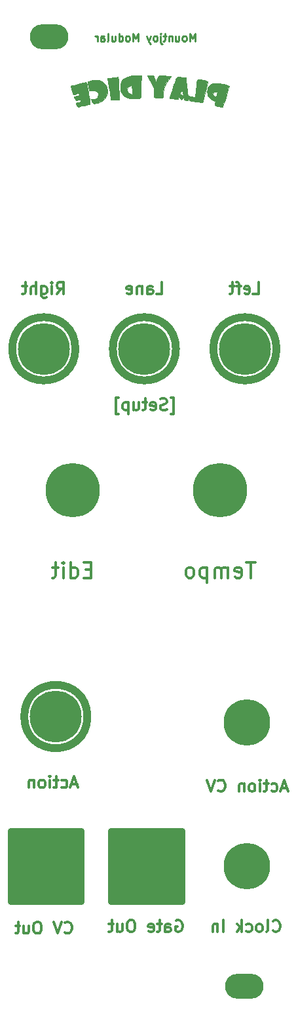
<source format=gbr>
%TF.GenerationSoftware,KiCad,Pcbnew,(5.99.0-12348-g4b436fb86d)*%
%TF.CreationDate,2021-09-23T15:24:10+01:00*%
%TF.ProjectId,Panel,50616e65-6c2e-46b6-9963-61645f706362,rev?*%
%TF.SameCoordinates,Original*%
%TF.FileFunction,Soldermask,Bot*%
%TF.FilePolarity,Negative*%
%FSLAX46Y46*%
G04 Gerber Fmt 4.6, Leading zero omitted, Abs format (unit mm)*
G04 Created by KiCad (PCBNEW (5.99.0-12348-g4b436fb86d)) date 2021-09-23 15:24:10*
%MOMM*%
%LPD*%
G01*
G04 APERTURE LIST*
%ADD10C,0.800000*%
%ADD11C,1.000000*%
%ADD12C,0.300000*%
%ADD13C,0.250000*%
%ADD14C,0.010000*%
%ADD15O,5.000000X3.200000*%
%ADD16C,6.700000*%
%ADD17C,6.000000*%
%ADD18C,7.000000*%
G04 APERTURE END LIST*
D10*
X114600000Y-145400000D02*
X105400000Y-145400000D01*
X105400000Y-145400000D02*
X105400000Y-154600000D01*
X105400000Y-154600000D02*
X114600000Y-154600000D01*
X114600000Y-154600000D02*
X114600000Y-145400000D01*
G36*
X114600000Y-145400000D02*
G01*
X105400000Y-145400000D01*
X105400000Y-154600000D01*
X114600000Y-154600000D01*
X114600000Y-145400000D01*
G37*
D11*
X126830441Y-83250000D02*
G75*
G03*
X126830441Y-83250000I-4080441J0D01*
G01*
X113830441Y-83250000D02*
G75*
G03*
X113830441Y-83250000I-4080441J0D01*
G01*
X115380441Y-130700000D02*
G75*
G03*
X115380441Y-130700000I-4080441J0D01*
G01*
D10*
X127600000Y-145400000D02*
X118400000Y-145400000D01*
X118400000Y-145400000D02*
X118400000Y-154600000D01*
X118400000Y-154600000D02*
X127600000Y-154600000D01*
X127600000Y-154600000D02*
X127600000Y-145400000D01*
G36*
X127600000Y-145400000D02*
G01*
X118400000Y-145400000D01*
X118400000Y-154600000D01*
X127600000Y-154600000D01*
X127600000Y-145400000D01*
G37*
D11*
X139830441Y-83250000D02*
G75*
G03*
X139830441Y-83250000I-4080441J0D01*
G01*
D12*
X124285714Y-76148537D02*
X125000000Y-76148537D01*
X125000000Y-74648537D01*
X123142857Y-76148537D02*
X123142857Y-75362823D01*
X123214285Y-75219966D01*
X123357142Y-75148537D01*
X123642857Y-75148537D01*
X123785714Y-75219966D01*
X123142857Y-76077108D02*
X123285714Y-76148537D01*
X123642857Y-76148537D01*
X123785714Y-76077108D01*
X123857142Y-75934251D01*
X123857142Y-75791394D01*
X123785714Y-75648537D01*
X123642857Y-75577108D01*
X123285714Y-75577108D01*
X123142857Y-75505680D01*
X122428571Y-75148537D02*
X122428571Y-76148537D01*
X122428571Y-75291394D02*
X122357142Y-75219966D01*
X122214285Y-75148537D01*
X122000000Y-75148537D01*
X121857142Y-75219966D01*
X121785714Y-75362823D01*
X121785714Y-76148537D01*
X120500000Y-76077108D02*
X120642857Y-76148537D01*
X120928571Y-76148537D01*
X121071428Y-76077108D01*
X121142857Y-75934251D01*
X121142857Y-75362823D01*
X121071428Y-75219966D01*
X120928571Y-75148537D01*
X120642857Y-75148537D01*
X120500000Y-75219966D01*
X120428571Y-75362823D01*
X120428571Y-75505680D01*
X121142857Y-75648537D01*
X112442857Y-158535714D02*
X112514285Y-158607142D01*
X112728571Y-158678571D01*
X112871428Y-158678571D01*
X113085714Y-158607142D01*
X113228571Y-158464285D01*
X113300000Y-158321428D01*
X113371428Y-158035714D01*
X113371428Y-157821428D01*
X113300000Y-157535714D01*
X113228571Y-157392857D01*
X113085714Y-157250000D01*
X112871428Y-157178571D01*
X112728571Y-157178571D01*
X112514285Y-157250000D01*
X112442857Y-157321428D01*
X112014285Y-157178571D02*
X111514285Y-158678571D01*
X111014285Y-157178571D01*
X109085714Y-157178571D02*
X108800000Y-157178571D01*
X108657142Y-157250000D01*
X108514285Y-157392857D01*
X108442857Y-157678571D01*
X108442857Y-158178571D01*
X108514285Y-158464285D01*
X108657142Y-158607142D01*
X108800000Y-158678571D01*
X109085714Y-158678571D01*
X109228571Y-158607142D01*
X109371428Y-158464285D01*
X109442857Y-158178571D01*
X109442857Y-157678571D01*
X109371428Y-157392857D01*
X109228571Y-157250000D01*
X109085714Y-157178571D01*
X107157142Y-157678571D02*
X107157142Y-158678571D01*
X107800000Y-157678571D02*
X107800000Y-158464285D01*
X107728571Y-158607142D01*
X107585714Y-158678571D01*
X107371428Y-158678571D01*
X107228571Y-158607142D01*
X107157142Y-158535714D01*
X106657142Y-157678571D02*
X106085714Y-157678571D01*
X106442857Y-157178571D02*
X106442857Y-158464285D01*
X106371428Y-158607142D01*
X106228571Y-158678571D01*
X106085714Y-158678571D01*
X137071428Y-110804761D02*
X135928571Y-110804761D01*
X136500000Y-112804761D02*
X136500000Y-110804761D01*
X134500000Y-112709523D02*
X134690476Y-112804761D01*
X135071428Y-112804761D01*
X135261904Y-112709523D01*
X135357142Y-112519047D01*
X135357142Y-111757142D01*
X135261904Y-111566666D01*
X135071428Y-111471428D01*
X134690476Y-111471428D01*
X134500000Y-111566666D01*
X134404761Y-111757142D01*
X134404761Y-111947619D01*
X135357142Y-112138095D01*
X133547619Y-112804761D02*
X133547619Y-111471428D01*
X133547619Y-111661904D02*
X133452380Y-111566666D01*
X133261904Y-111471428D01*
X132976190Y-111471428D01*
X132785714Y-111566666D01*
X132690476Y-111757142D01*
X132690476Y-112804761D01*
X132690476Y-111757142D02*
X132595238Y-111566666D01*
X132404761Y-111471428D01*
X132119047Y-111471428D01*
X131928571Y-111566666D01*
X131833333Y-111757142D01*
X131833333Y-112804761D01*
X130880952Y-111471428D02*
X130880952Y-113471428D01*
X130880952Y-111566666D02*
X130690476Y-111471428D01*
X130309523Y-111471428D01*
X130119047Y-111566666D01*
X130023809Y-111661904D01*
X129928571Y-111852380D01*
X129928571Y-112423809D01*
X130023809Y-112614285D01*
X130119047Y-112709523D01*
X130309523Y-112804761D01*
X130690476Y-112804761D01*
X130880952Y-112709523D01*
X128785714Y-112804761D02*
X128976190Y-112709523D01*
X129071428Y-112614285D01*
X129166666Y-112423809D01*
X129166666Y-111852380D01*
X129071428Y-111661904D01*
X128976190Y-111566666D01*
X128785714Y-111471428D01*
X128500000Y-111471428D01*
X128309523Y-111566666D01*
X128214285Y-111661904D01*
X128119047Y-111852380D01*
X128119047Y-112423809D01*
X128214285Y-112614285D01*
X128309523Y-112709523D01*
X128500000Y-112804761D01*
X128785714Y-112804761D01*
X139364285Y-158335714D02*
X139435714Y-158407142D01*
X139650000Y-158478571D01*
X139792857Y-158478571D01*
X140007142Y-158407142D01*
X140150000Y-158264285D01*
X140221428Y-158121428D01*
X140292857Y-157835714D01*
X140292857Y-157621428D01*
X140221428Y-157335714D01*
X140150000Y-157192857D01*
X140007142Y-157050000D01*
X139792857Y-156978571D01*
X139650000Y-156978571D01*
X139435714Y-157050000D01*
X139364285Y-157121428D01*
X138507142Y-158478571D02*
X138650000Y-158407142D01*
X138721428Y-158264285D01*
X138721428Y-156978571D01*
X137721428Y-158478571D02*
X137864285Y-158407142D01*
X137935714Y-158335714D01*
X138007142Y-158192857D01*
X138007142Y-157764285D01*
X137935714Y-157621428D01*
X137864285Y-157550000D01*
X137721428Y-157478571D01*
X137507142Y-157478571D01*
X137364285Y-157550000D01*
X137292857Y-157621428D01*
X137221428Y-157764285D01*
X137221428Y-158192857D01*
X137292857Y-158335714D01*
X137364285Y-158407142D01*
X137507142Y-158478571D01*
X137721428Y-158478571D01*
X135935714Y-158407142D02*
X136078571Y-158478571D01*
X136364285Y-158478571D01*
X136507142Y-158407142D01*
X136578571Y-158335714D01*
X136650000Y-158192857D01*
X136650000Y-157764285D01*
X136578571Y-157621428D01*
X136507142Y-157550000D01*
X136364285Y-157478571D01*
X136078571Y-157478571D01*
X135935714Y-157550000D01*
X135292857Y-158478571D02*
X135292857Y-156978571D01*
X135150000Y-157907142D02*
X134721428Y-158478571D01*
X134721428Y-157478571D02*
X135292857Y-158050000D01*
X132935714Y-158478571D02*
X132935714Y-156978571D01*
X132221428Y-157478571D02*
X132221428Y-158478571D01*
X132221428Y-157621428D02*
X132150000Y-157550000D01*
X132007142Y-157478571D01*
X131792857Y-157478571D01*
X131650000Y-157550000D01*
X131578571Y-157692857D01*
X131578571Y-158478571D01*
X115880952Y-111757142D02*
X115214285Y-111757142D01*
X114928571Y-112804761D02*
X115880952Y-112804761D01*
X115880952Y-110804761D01*
X114928571Y-110804761D01*
X113214285Y-112804761D02*
X113214285Y-110804761D01*
X113214285Y-112709523D02*
X113404761Y-112804761D01*
X113785714Y-112804761D01*
X113976190Y-112709523D01*
X114071428Y-112614285D01*
X114166666Y-112423809D01*
X114166666Y-111852380D01*
X114071428Y-111661904D01*
X113976190Y-111566666D01*
X113785714Y-111471428D01*
X113404761Y-111471428D01*
X113214285Y-111566666D01*
X112261904Y-112804761D02*
X112261904Y-111471428D01*
X112261904Y-110804761D02*
X112357142Y-110900000D01*
X112261904Y-110995238D01*
X112166666Y-110900000D01*
X112261904Y-110804761D01*
X112261904Y-110995238D01*
X111595238Y-111471428D02*
X110833333Y-111471428D01*
X111309523Y-110804761D02*
X111309523Y-112519047D01*
X111214285Y-112709523D01*
X111023809Y-112804761D01*
X110833333Y-112804761D01*
X126821428Y-157050000D02*
X126964285Y-156978571D01*
X127178571Y-156978571D01*
X127392857Y-157050000D01*
X127535714Y-157192857D01*
X127607142Y-157335714D01*
X127678571Y-157621428D01*
X127678571Y-157835714D01*
X127607142Y-158121428D01*
X127535714Y-158264285D01*
X127392857Y-158407142D01*
X127178571Y-158478571D01*
X127035714Y-158478571D01*
X126821428Y-158407142D01*
X126750000Y-158335714D01*
X126750000Y-157835714D01*
X127035714Y-157835714D01*
X125464285Y-158478571D02*
X125464285Y-157692857D01*
X125535714Y-157550000D01*
X125678571Y-157478571D01*
X125964285Y-157478571D01*
X126107142Y-157550000D01*
X125464285Y-158407142D02*
X125607142Y-158478571D01*
X125964285Y-158478571D01*
X126107142Y-158407142D01*
X126178571Y-158264285D01*
X126178571Y-158121428D01*
X126107142Y-157978571D01*
X125964285Y-157907142D01*
X125607142Y-157907142D01*
X125464285Y-157835714D01*
X124964285Y-157478571D02*
X124392857Y-157478571D01*
X124750000Y-156978571D02*
X124750000Y-158264285D01*
X124678571Y-158407142D01*
X124535714Y-158478571D01*
X124392857Y-158478571D01*
X123321428Y-158407142D02*
X123464285Y-158478571D01*
X123750000Y-158478571D01*
X123892857Y-158407142D01*
X123964285Y-158264285D01*
X123964285Y-157692857D01*
X123892857Y-157550000D01*
X123750000Y-157478571D01*
X123464285Y-157478571D01*
X123321428Y-157550000D01*
X123250000Y-157692857D01*
X123250000Y-157835714D01*
X123964285Y-157978571D01*
X121178571Y-156978571D02*
X120892857Y-156978571D01*
X120750000Y-157050000D01*
X120607142Y-157192857D01*
X120535714Y-157478571D01*
X120535714Y-157978571D01*
X120607142Y-158264285D01*
X120750000Y-158407142D01*
X120892857Y-158478571D01*
X121178571Y-158478571D01*
X121321428Y-158407142D01*
X121464285Y-158264285D01*
X121535714Y-157978571D01*
X121535714Y-157478571D01*
X121464285Y-157192857D01*
X121321428Y-157050000D01*
X121178571Y-156978571D01*
X119250000Y-157478571D02*
X119250000Y-158478571D01*
X119892857Y-157478571D02*
X119892857Y-158264285D01*
X119821428Y-158407142D01*
X119678571Y-158478571D01*
X119464285Y-158478571D01*
X119321428Y-158407142D01*
X119250000Y-158335714D01*
X118750000Y-157478571D02*
X118178571Y-157478571D01*
X118535714Y-156978571D02*
X118535714Y-158264285D01*
X118464285Y-158407142D01*
X118321428Y-158478571D01*
X118178571Y-158478571D01*
X126157142Y-91678571D02*
X126514285Y-91678571D01*
X126514285Y-89535714D01*
X126157142Y-89535714D01*
X125657142Y-91107142D02*
X125442857Y-91178571D01*
X125085714Y-91178571D01*
X124942857Y-91107142D01*
X124871428Y-91035714D01*
X124800000Y-90892857D01*
X124800000Y-90750000D01*
X124871428Y-90607142D01*
X124942857Y-90535714D01*
X125085714Y-90464285D01*
X125371428Y-90392857D01*
X125514285Y-90321428D01*
X125585714Y-90250000D01*
X125657142Y-90107142D01*
X125657142Y-89964285D01*
X125585714Y-89821428D01*
X125514285Y-89750000D01*
X125371428Y-89678571D01*
X125014285Y-89678571D01*
X124800000Y-89750000D01*
X123585714Y-91107142D02*
X123728571Y-91178571D01*
X124014285Y-91178571D01*
X124157142Y-91107142D01*
X124228571Y-90964285D01*
X124228571Y-90392857D01*
X124157142Y-90250000D01*
X124014285Y-90178571D01*
X123728571Y-90178571D01*
X123585714Y-90250000D01*
X123514285Y-90392857D01*
X123514285Y-90535714D01*
X124228571Y-90678571D01*
X123085714Y-90178571D02*
X122514285Y-90178571D01*
X122871428Y-89678571D02*
X122871428Y-90964285D01*
X122800000Y-91107142D01*
X122657142Y-91178571D01*
X122514285Y-91178571D01*
X121371428Y-90178571D02*
X121371428Y-91178571D01*
X122014285Y-90178571D02*
X122014285Y-90964285D01*
X121942857Y-91107142D01*
X121800000Y-91178571D01*
X121585714Y-91178571D01*
X121442857Y-91107142D01*
X121371428Y-91035714D01*
X120657142Y-90178571D02*
X120657142Y-91678571D01*
X120657142Y-90250000D02*
X120514285Y-90178571D01*
X120228571Y-90178571D01*
X120085714Y-90250000D01*
X120014285Y-90321428D01*
X119942857Y-90464285D01*
X119942857Y-90892857D01*
X120014285Y-91035714D01*
X120085714Y-91107142D01*
X120228571Y-91178571D01*
X120514285Y-91178571D01*
X120657142Y-91107142D01*
X119442857Y-91678571D02*
X119085714Y-91678571D01*
X119085714Y-89535714D01*
X119442857Y-89535714D01*
X141207142Y-139950000D02*
X140492857Y-139950000D01*
X141350000Y-140378571D02*
X140850000Y-138878571D01*
X140350000Y-140378571D01*
X139207142Y-140307142D02*
X139350000Y-140378571D01*
X139635714Y-140378571D01*
X139778571Y-140307142D01*
X139850000Y-140235714D01*
X139921428Y-140092857D01*
X139921428Y-139664285D01*
X139850000Y-139521428D01*
X139778571Y-139450000D01*
X139635714Y-139378571D01*
X139350000Y-139378571D01*
X139207142Y-139450000D01*
X138778571Y-139378571D02*
X138207142Y-139378571D01*
X138564285Y-138878571D02*
X138564285Y-140164285D01*
X138492857Y-140307142D01*
X138350000Y-140378571D01*
X138207142Y-140378571D01*
X137707142Y-140378571D02*
X137707142Y-139378571D01*
X137707142Y-138878571D02*
X137778571Y-138950000D01*
X137707142Y-139021428D01*
X137635714Y-138950000D01*
X137707142Y-138878571D01*
X137707142Y-139021428D01*
X136778571Y-140378571D02*
X136921428Y-140307142D01*
X136992857Y-140235714D01*
X137064285Y-140092857D01*
X137064285Y-139664285D01*
X136992857Y-139521428D01*
X136921428Y-139450000D01*
X136778571Y-139378571D01*
X136564285Y-139378571D01*
X136421428Y-139450000D01*
X136350000Y-139521428D01*
X136278571Y-139664285D01*
X136278571Y-140092857D01*
X136350000Y-140235714D01*
X136421428Y-140307142D01*
X136564285Y-140378571D01*
X136778571Y-140378571D01*
X135635714Y-139378571D02*
X135635714Y-140378571D01*
X135635714Y-139521428D02*
X135564285Y-139450000D01*
X135421428Y-139378571D01*
X135207142Y-139378571D01*
X135064285Y-139450000D01*
X134992857Y-139592857D01*
X134992857Y-140378571D01*
X132278571Y-140235714D02*
X132350000Y-140307142D01*
X132564285Y-140378571D01*
X132707142Y-140378571D01*
X132921428Y-140307142D01*
X133064285Y-140164285D01*
X133135714Y-140021428D01*
X133207142Y-139735714D01*
X133207142Y-139521428D01*
X133135714Y-139235714D01*
X133064285Y-139092857D01*
X132921428Y-138950000D01*
X132707142Y-138878571D01*
X132564285Y-138878571D01*
X132350000Y-138950000D01*
X132278571Y-139021428D01*
X131850000Y-138878571D02*
X131350000Y-140378571D01*
X130850000Y-138878571D01*
X114042857Y-139450000D02*
X113328571Y-139450000D01*
X114185714Y-139878571D02*
X113685714Y-138378571D01*
X113185714Y-139878571D01*
X112042857Y-139807142D02*
X112185714Y-139878571D01*
X112471428Y-139878571D01*
X112614285Y-139807142D01*
X112685714Y-139735714D01*
X112757142Y-139592857D01*
X112757142Y-139164285D01*
X112685714Y-139021428D01*
X112614285Y-138950000D01*
X112471428Y-138878571D01*
X112185714Y-138878571D01*
X112042857Y-138950000D01*
X111614285Y-138878571D02*
X111042857Y-138878571D01*
X111400000Y-138378571D02*
X111400000Y-139664285D01*
X111328571Y-139807142D01*
X111185714Y-139878571D01*
X111042857Y-139878571D01*
X110542857Y-139878571D02*
X110542857Y-138878571D01*
X110542857Y-138378571D02*
X110614285Y-138450000D01*
X110542857Y-138521428D01*
X110471428Y-138450000D01*
X110542857Y-138378571D01*
X110542857Y-138521428D01*
X109614285Y-139878571D02*
X109757142Y-139807142D01*
X109828571Y-139735714D01*
X109900000Y-139592857D01*
X109900000Y-139164285D01*
X109828571Y-139021428D01*
X109757142Y-138950000D01*
X109614285Y-138878571D01*
X109400000Y-138878571D01*
X109257142Y-138950000D01*
X109185714Y-139021428D01*
X109114285Y-139164285D01*
X109114285Y-139592857D01*
X109185714Y-139735714D01*
X109257142Y-139807142D01*
X109400000Y-139878571D01*
X109614285Y-139878571D01*
X108471428Y-138878571D02*
X108471428Y-139878571D01*
X108471428Y-139021428D02*
X108400000Y-138950000D01*
X108257142Y-138878571D01*
X108042857Y-138878571D01*
X107900000Y-138950000D01*
X107828571Y-139092857D01*
X107828571Y-139878571D01*
X136785714Y-76178571D02*
X137500000Y-76178571D01*
X137500000Y-74678571D01*
X135714285Y-76107142D02*
X135857142Y-76178571D01*
X136142857Y-76178571D01*
X136285714Y-76107142D01*
X136357142Y-75964285D01*
X136357142Y-75392857D01*
X136285714Y-75250000D01*
X136142857Y-75178571D01*
X135857142Y-75178571D01*
X135714285Y-75250000D01*
X135642857Y-75392857D01*
X135642857Y-75535714D01*
X136357142Y-75678571D01*
X135214285Y-75178571D02*
X134642857Y-75178571D01*
X135000000Y-76178571D02*
X135000000Y-74892857D01*
X134928571Y-74750000D01*
X134785714Y-74678571D01*
X134642857Y-74678571D01*
X134357142Y-75178571D02*
X133785714Y-75178571D01*
X134142857Y-74678571D02*
X134142857Y-75964285D01*
X134071428Y-76107142D01*
X133928571Y-76178571D01*
X133785714Y-76178571D01*
X111428571Y-76178571D02*
X111928571Y-75464285D01*
X112285714Y-76178571D02*
X112285714Y-74678571D01*
X111714285Y-74678571D01*
X111571428Y-74750000D01*
X111500000Y-74821428D01*
X111428571Y-74964285D01*
X111428571Y-75178571D01*
X111500000Y-75321428D01*
X111571428Y-75392857D01*
X111714285Y-75464285D01*
X112285714Y-75464285D01*
X110785714Y-76178571D02*
X110785714Y-75178571D01*
X110785714Y-74678571D02*
X110857142Y-74750000D01*
X110785714Y-74821428D01*
X110714285Y-74750000D01*
X110785714Y-74678571D01*
X110785714Y-74821428D01*
X109428571Y-75178571D02*
X109428571Y-76392857D01*
X109500000Y-76535714D01*
X109571428Y-76607142D01*
X109714285Y-76678571D01*
X109928571Y-76678571D01*
X110071428Y-76607142D01*
X109428571Y-76107142D02*
X109571428Y-76178571D01*
X109857142Y-76178571D01*
X110000000Y-76107142D01*
X110071428Y-76035714D01*
X110142857Y-75892857D01*
X110142857Y-75464285D01*
X110071428Y-75321428D01*
X110000000Y-75250000D01*
X109857142Y-75178571D01*
X109571428Y-75178571D01*
X109428571Y-75250000D01*
X108714285Y-76178571D02*
X108714285Y-74678571D01*
X108071428Y-76178571D02*
X108071428Y-75392857D01*
X108142857Y-75250000D01*
X108285714Y-75178571D01*
X108500000Y-75178571D01*
X108642857Y-75250000D01*
X108714285Y-75321428D01*
X107571428Y-75178571D02*
X107000000Y-75178571D01*
X107357142Y-74678571D02*
X107357142Y-75964285D01*
X107285714Y-76107142D01*
X107142857Y-76178571D01*
X107000000Y-76178571D01*
D13*
X129280952Y-43552380D02*
X129280952Y-42552380D01*
X128947619Y-43266666D01*
X128614285Y-42552380D01*
X128614285Y-43552380D01*
X127995238Y-43552380D02*
X128090476Y-43504761D01*
X128138095Y-43457142D01*
X128185714Y-43361904D01*
X128185714Y-43076190D01*
X128138095Y-42980952D01*
X128090476Y-42933333D01*
X127995238Y-42885714D01*
X127852380Y-42885714D01*
X127757142Y-42933333D01*
X127709523Y-42980952D01*
X127661904Y-43076190D01*
X127661904Y-43361904D01*
X127709523Y-43457142D01*
X127757142Y-43504761D01*
X127852380Y-43552380D01*
X127995238Y-43552380D01*
X126804761Y-42885714D02*
X126804761Y-43552380D01*
X127233333Y-42885714D02*
X127233333Y-43409523D01*
X127185714Y-43504761D01*
X127090476Y-43552380D01*
X126947619Y-43552380D01*
X126852380Y-43504761D01*
X126804761Y-43457142D01*
X126328571Y-42885714D02*
X126328571Y-43552380D01*
X126328571Y-42980952D02*
X126280952Y-42933333D01*
X126185714Y-42885714D01*
X126042857Y-42885714D01*
X125947619Y-42933333D01*
X125900000Y-43028571D01*
X125900000Y-43552380D01*
X125566666Y-42885714D02*
X125185714Y-42885714D01*
X125423809Y-42552380D02*
X125423809Y-43409523D01*
X125376190Y-43504761D01*
X125280952Y-43552380D01*
X125185714Y-43552380D01*
X124852380Y-42885714D02*
X124852380Y-43742857D01*
X124900000Y-43838095D01*
X124995238Y-43885714D01*
X125042857Y-43885714D01*
X124852380Y-42552380D02*
X124900000Y-42600000D01*
X124852380Y-42647619D01*
X124804761Y-42600000D01*
X124852380Y-42552380D01*
X124852380Y-42647619D01*
X124233333Y-43552380D02*
X124328571Y-43504761D01*
X124376190Y-43457142D01*
X124423809Y-43361904D01*
X124423809Y-43076190D01*
X124376190Y-42980952D01*
X124328571Y-42933333D01*
X124233333Y-42885714D01*
X124090476Y-42885714D01*
X123995238Y-42933333D01*
X123947619Y-42980952D01*
X123900000Y-43076190D01*
X123900000Y-43361904D01*
X123947619Y-43457142D01*
X123995238Y-43504761D01*
X124090476Y-43552380D01*
X124233333Y-43552380D01*
X123566666Y-42885714D02*
X123328571Y-43552380D01*
X123090476Y-42885714D02*
X123328571Y-43552380D01*
X123423809Y-43790476D01*
X123471428Y-43838095D01*
X123566666Y-43885714D01*
X121947619Y-43552380D02*
X121947619Y-42552380D01*
X121614285Y-43266666D01*
X121280952Y-42552380D01*
X121280952Y-43552380D01*
X120661904Y-43552380D02*
X120757142Y-43504761D01*
X120804761Y-43457142D01*
X120852380Y-43361904D01*
X120852380Y-43076190D01*
X120804761Y-42980952D01*
X120757142Y-42933333D01*
X120661904Y-42885714D01*
X120519047Y-42885714D01*
X120423809Y-42933333D01*
X120376190Y-42980952D01*
X120328571Y-43076190D01*
X120328571Y-43361904D01*
X120376190Y-43457142D01*
X120423809Y-43504761D01*
X120519047Y-43552380D01*
X120661904Y-43552380D01*
X119471428Y-43552380D02*
X119471428Y-42552380D01*
X119471428Y-43504761D02*
X119566666Y-43552380D01*
X119757142Y-43552380D01*
X119852380Y-43504761D01*
X119900000Y-43457142D01*
X119947619Y-43361904D01*
X119947619Y-43076190D01*
X119900000Y-42980952D01*
X119852380Y-42933333D01*
X119757142Y-42885714D01*
X119566666Y-42885714D01*
X119471428Y-42933333D01*
X118566666Y-42885714D02*
X118566666Y-43552380D01*
X118995238Y-42885714D02*
X118995238Y-43409523D01*
X118947619Y-43504761D01*
X118852380Y-43552380D01*
X118709523Y-43552380D01*
X118614285Y-43504761D01*
X118566666Y-43457142D01*
X117947619Y-43552380D02*
X118042857Y-43504761D01*
X118090476Y-43409523D01*
X118090476Y-42552380D01*
X117138095Y-43552380D02*
X117138095Y-43028571D01*
X117185714Y-42933333D01*
X117280952Y-42885714D01*
X117471428Y-42885714D01*
X117566666Y-42933333D01*
X117138095Y-43504761D02*
X117233333Y-43552380D01*
X117471428Y-43552380D01*
X117566666Y-43504761D01*
X117614285Y-43409523D01*
X117614285Y-43314285D01*
X117566666Y-43219047D01*
X117471428Y-43171428D01*
X117233333Y-43171428D01*
X117138095Y-43123809D01*
X116661904Y-43552380D02*
X116661904Y-42885714D01*
X116661904Y-43076190D02*
X116614285Y-42980952D01*
X116566666Y-42933333D01*
X116471428Y-42885714D01*
X116376190Y-42885714D01*
D14*
X124445778Y-48403388D02*
X124252966Y-48833130D01*
X124252966Y-48833130D02*
X124140294Y-48580690D01*
X124140294Y-48580690D02*
X124057381Y-48376661D01*
X124057381Y-48376661D02*
X123993541Y-48188375D01*
X123993541Y-48188375D02*
X123984101Y-48153625D01*
X123984101Y-48153625D02*
X123953550Y-48060046D01*
X123953550Y-48060046D02*
X123899704Y-48007762D01*
X123899704Y-48007762D02*
X123790886Y-47984783D01*
X123790886Y-47984783D02*
X123595417Y-47979117D01*
X123595417Y-47979117D02*
X123522768Y-47979000D01*
X123522768Y-47979000D02*
X123104956Y-47979000D01*
X123104956Y-47979000D02*
X123248885Y-48217125D01*
X123248885Y-48217125D02*
X123492131Y-48623982D01*
X123492131Y-48623982D02*
X123675835Y-48948208D01*
X123675835Y-48948208D02*
X123808488Y-49214412D01*
X123808488Y-49214412D02*
X123898581Y-49447203D01*
X123898581Y-49447203D02*
X123954604Y-49671190D01*
X123954604Y-49671190D02*
X123985048Y-49910983D01*
X123985048Y-49910983D02*
X123998403Y-50191192D01*
X123998403Y-50191192D02*
X124001865Y-50399566D01*
X124001865Y-50399566D02*
X124006500Y-50819883D01*
X124006500Y-50819883D02*
X124244625Y-50859242D01*
X124244625Y-50859242D02*
X124470785Y-50885895D01*
X124470785Y-50885895D02*
X124709048Y-50897395D01*
X124709048Y-50897395D02*
X124920776Y-50893812D01*
X124920776Y-50893812D02*
X125067334Y-50875217D01*
X125067334Y-50875217D02*
X125107167Y-50857666D01*
X125107167Y-50857666D02*
X125134622Y-50772502D01*
X125134622Y-50772502D02*
X125151164Y-50612082D01*
X125151164Y-50612082D02*
X125152841Y-50556041D01*
X125152841Y-50556041D02*
X125166200Y-50357658D01*
X125166200Y-50357658D02*
X125197804Y-50094365D01*
X125197804Y-50094365D02*
X125237322Y-49843759D01*
X125237322Y-49843759D02*
X125285255Y-49634609D01*
X125285255Y-49634609D02*
X125358764Y-49426522D01*
X125358764Y-49426522D02*
X125468647Y-49199614D01*
X125468647Y-49199614D02*
X125625706Y-48933999D01*
X125625706Y-48933999D02*
X125840741Y-48609792D01*
X125840741Y-48609792D02*
X126124552Y-48207109D01*
X126124552Y-48207109D02*
X126131505Y-48197421D01*
X126131505Y-48197421D02*
X126169757Y-48110356D01*
X126169757Y-48110356D02*
X126163255Y-48085901D01*
X126163255Y-48085901D02*
X126091918Y-48072222D01*
X126091918Y-48072222D02*
X125919791Y-48054494D01*
X125919791Y-48054494D02*
X125672919Y-48035038D01*
X125672919Y-48035038D02*
X125386170Y-48016678D01*
X125386170Y-48016678D02*
X124638590Y-47973647D01*
X124638590Y-47973647D02*
X124445778Y-48403388D01*
X124445778Y-48403388D02*
X124445778Y-48403388D01*
G36*
X125386170Y-48016678D02*
G01*
X125672919Y-48035038D01*
X125919791Y-48054494D01*
X126091918Y-48072222D01*
X126163255Y-48085901D01*
X126169757Y-48110356D01*
X126131505Y-48197421D01*
X126124552Y-48207109D01*
X125840741Y-48609792D01*
X125625706Y-48933999D01*
X125468647Y-49199614D01*
X125358764Y-49426522D01*
X125285255Y-49634609D01*
X125237322Y-49843759D01*
X125197804Y-50094365D01*
X125166200Y-50357658D01*
X125152841Y-50556041D01*
X125151164Y-50612082D01*
X125134622Y-50772502D01*
X125107167Y-50857666D01*
X125067334Y-50875217D01*
X124920776Y-50893812D01*
X124709048Y-50897395D01*
X124470785Y-50885895D01*
X124244625Y-50859242D01*
X124006500Y-50819883D01*
X124001865Y-50399566D01*
X123998403Y-50191192D01*
X123985048Y-49910983D01*
X123954604Y-49671190D01*
X123898581Y-49447203D01*
X123808488Y-49214412D01*
X123675835Y-48948208D01*
X123492131Y-48623982D01*
X123248885Y-48217125D01*
X123104956Y-47979000D01*
X123522768Y-47979000D01*
X123595417Y-47979117D01*
X123790886Y-47984783D01*
X123899704Y-48007762D01*
X123953550Y-48060046D01*
X123984101Y-48153625D01*
X123993541Y-48188375D01*
X124057381Y-48376661D01*
X124140294Y-48580690D01*
X124252966Y-48833130D01*
X124445778Y-48403388D01*
X124638590Y-47973647D01*
X125386170Y-48016678D01*
G37*
X125386170Y-48016678D02*
X125672919Y-48035038D01*
X125919791Y-48054494D01*
X126091918Y-48072222D01*
X126163255Y-48085901D01*
X126169757Y-48110356D01*
X126131505Y-48197421D01*
X126124552Y-48207109D01*
X125840741Y-48609792D01*
X125625706Y-48933999D01*
X125468647Y-49199614D01*
X125358764Y-49426522D01*
X125285255Y-49634609D01*
X125237322Y-49843759D01*
X125197804Y-50094365D01*
X125166200Y-50357658D01*
X125152841Y-50556041D01*
X125151164Y-50612082D01*
X125134622Y-50772502D01*
X125107167Y-50857666D01*
X125067334Y-50875217D01*
X124920776Y-50893812D01*
X124709048Y-50897395D01*
X124470785Y-50885895D01*
X124244625Y-50859242D01*
X124006500Y-50819883D01*
X124001865Y-50399566D01*
X123998403Y-50191192D01*
X123985048Y-49910983D01*
X123954604Y-49671190D01*
X123898581Y-49447203D01*
X123808488Y-49214412D01*
X123675835Y-48948208D01*
X123492131Y-48623982D01*
X123248885Y-48217125D01*
X123104956Y-47979000D01*
X123522768Y-47979000D01*
X123595417Y-47979117D01*
X123790886Y-47984783D01*
X123899704Y-48007762D01*
X123953550Y-48060046D01*
X123984101Y-48153625D01*
X123993541Y-48188375D01*
X124057381Y-48376661D01*
X124140294Y-48580690D01*
X124252966Y-48833130D01*
X124445778Y-48403388D01*
X124638590Y-47973647D01*
X125386170Y-48016678D01*
X119284839Y-48191090D02*
X119128041Y-48205241D01*
X119128041Y-48205241D02*
X118910419Y-48228417D01*
X118910419Y-48228417D02*
X118664526Y-48256902D01*
X118664526Y-48256902D02*
X118422916Y-48286984D01*
X118422916Y-48286984D02*
X118218141Y-48314946D01*
X118218141Y-48314946D02*
X118127904Y-48328926D01*
X118127904Y-48328926D02*
X117932558Y-48361616D01*
X117932558Y-48361616D02*
X118139991Y-49424433D01*
X118139991Y-49424433D02*
X118212826Y-49804384D01*
X118212826Y-49804384D02*
X118279958Y-50167038D01*
X118279958Y-50167038D02*
X118336091Y-50482852D01*
X118336091Y-50482852D02*
X118375929Y-50722288D01*
X118375929Y-50722288D02*
X118390278Y-50820625D01*
X118390278Y-50820625D02*
X118433134Y-51154000D01*
X118433134Y-51154000D02*
X118695692Y-51142906D01*
X118695692Y-51142906D02*
X118943219Y-51129063D01*
X118943219Y-51129063D02*
X119200758Y-51109911D01*
X119200758Y-51109911D02*
X119228125Y-51107504D01*
X119228125Y-51107504D02*
X119498000Y-51083197D01*
X119498000Y-51083197D02*
X119498000Y-50771484D01*
X119498000Y-50771484D02*
X119494511Y-50626835D01*
X119494511Y-50626835D02*
X119484935Y-50395511D01*
X119484935Y-50395511D02*
X119470611Y-50100597D01*
X119470611Y-50100597D02*
X119452878Y-49765182D01*
X119452878Y-49765182D02*
X119433077Y-49412353D01*
X119433077Y-49412353D02*
X119412544Y-49065197D01*
X119412544Y-49065197D02*
X119392620Y-48746801D01*
X119392620Y-48746801D02*
X119374643Y-48480252D01*
X119374643Y-48480252D02*
X119359953Y-48288638D01*
X119359953Y-48288638D02*
X119349889Y-48195046D01*
X119349889Y-48195046D02*
X119348261Y-48189679D01*
X119348261Y-48189679D02*
X119284839Y-48191090D01*
X119284839Y-48191090D02*
X119284839Y-48191090D01*
G36*
X119349889Y-48195046D02*
G01*
X119359953Y-48288638D01*
X119374643Y-48480252D01*
X119392620Y-48746801D01*
X119412544Y-49065197D01*
X119433077Y-49412353D01*
X119452878Y-49765182D01*
X119470611Y-50100597D01*
X119484935Y-50395511D01*
X119494511Y-50626835D01*
X119498000Y-50771484D01*
X119498000Y-51083197D01*
X119228125Y-51107504D01*
X119200758Y-51109911D01*
X118943219Y-51129063D01*
X118695692Y-51142906D01*
X118433134Y-51154000D01*
X118390278Y-50820625D01*
X118375929Y-50722288D01*
X118336091Y-50482852D01*
X118279958Y-50167038D01*
X118212826Y-49804384D01*
X118139991Y-49424433D01*
X117932558Y-48361616D01*
X118127904Y-48328926D01*
X118218141Y-48314946D01*
X118422916Y-48286984D01*
X118664526Y-48256902D01*
X118910419Y-48228417D01*
X119128041Y-48205241D01*
X119284839Y-48191090D01*
X119348261Y-48189679D01*
X119349889Y-48195046D01*
G37*
X119349889Y-48195046D02*
X119359953Y-48288638D01*
X119374643Y-48480252D01*
X119392620Y-48746801D01*
X119412544Y-49065197D01*
X119433077Y-49412353D01*
X119452878Y-49765182D01*
X119470611Y-50100597D01*
X119484935Y-50395511D01*
X119494511Y-50626835D01*
X119498000Y-50771484D01*
X119498000Y-51083197D01*
X119228125Y-51107504D01*
X119200758Y-51109911D01*
X118943219Y-51129063D01*
X118695692Y-51142906D01*
X118433134Y-51154000D01*
X118390278Y-50820625D01*
X118375929Y-50722288D01*
X118336091Y-50482852D01*
X118279958Y-50167038D01*
X118212826Y-49804384D01*
X118139991Y-49424433D01*
X117932558Y-48361616D01*
X118127904Y-48328926D01*
X118218141Y-48314946D01*
X118422916Y-48286984D01*
X118664526Y-48256902D01*
X118910419Y-48228417D01*
X119128041Y-48205241D01*
X119284839Y-48191090D01*
X119348261Y-48189679D01*
X119349889Y-48195046D01*
X126997502Y-48142193D02*
X126941147Y-48212134D01*
X126941147Y-48212134D02*
X126870115Y-48355395D01*
X126870115Y-48355395D02*
X126777375Y-48586703D01*
X126777375Y-48586703D02*
X126655895Y-48920784D01*
X126655895Y-48920784D02*
X126618922Y-49025766D01*
X126618922Y-49025766D02*
X126455498Y-49500176D01*
X126455498Y-49500176D02*
X126313278Y-49929307D01*
X126313278Y-49929307D02*
X126196478Y-50299221D01*
X126196478Y-50299221D02*
X126109313Y-50595981D01*
X126109313Y-50595981D02*
X126055999Y-50805648D01*
X126055999Y-50805648D02*
X126040752Y-50914284D01*
X126040752Y-50914284D02*
X126044409Y-50925264D01*
X126044409Y-50925264D02*
X126115351Y-50941490D01*
X126115351Y-50941490D02*
X126281268Y-50963490D01*
X126281268Y-50963490D02*
X126510513Y-50987249D01*
X126510513Y-50987249D02*
X126587923Y-50994207D01*
X126587923Y-50994207D02*
X126843268Y-51014544D01*
X126843268Y-51014544D02*
X127000051Y-51017772D01*
X127000051Y-51017772D02*
X127086131Y-50998919D01*
X127086131Y-50998919D02*
X127129365Y-50953013D01*
X127129365Y-50953013D02*
X127151789Y-50893578D01*
X127151789Y-50893578D02*
X127184895Y-50806494D01*
X127184895Y-50806494D02*
X127226155Y-50795987D01*
X127226155Y-50795987D02*
X127305589Y-50869203D01*
X127305589Y-50869203D02*
X127375649Y-50946880D01*
X127375649Y-50946880D02*
X127553316Y-51145724D01*
X127553316Y-51145724D02*
X127654622Y-50991112D01*
X127654622Y-50991112D02*
X127763565Y-50864344D01*
X127763565Y-50864344D02*
X127842121Y-50851274D01*
X127842121Y-50851274D02*
X127878725Y-50952033D01*
X127878725Y-50952033D02*
X127880000Y-50988580D01*
X127880000Y-50988580D02*
X127897659Y-51088660D01*
X127897659Y-51088660D02*
X127973772Y-51139772D01*
X127973772Y-51139772D02*
X128137300Y-51165197D01*
X128137300Y-51165197D02*
X128301789Y-51176951D01*
X128301789Y-51176951D02*
X128400467Y-51176534D01*
X128400467Y-51176534D02*
X128410837Y-51173496D01*
X128410837Y-51173496D02*
X128409391Y-51108196D01*
X128409391Y-51108196D02*
X128394412Y-50939660D01*
X128394412Y-50939660D02*
X128368211Y-50690660D01*
X128368211Y-50690660D02*
X128349287Y-50525353D01*
X128349287Y-50525353D02*
X127799483Y-50525353D01*
X127799483Y-50525353D02*
X127601617Y-50482959D01*
X127601617Y-50482959D02*
X127448973Y-50445142D01*
X127448973Y-50445142D02*
X127357165Y-50413155D01*
X127357165Y-50413155D02*
X127356598Y-50412826D01*
X127356598Y-50412826D02*
X127353896Y-50346937D01*
X127353896Y-50346937D02*
X127399665Y-50218075D01*
X127399665Y-50218075D02*
X127472533Y-50069336D01*
X127472533Y-50069336D02*
X127551123Y-49943818D01*
X127551123Y-49943818D02*
X127614064Y-49884614D01*
X127614064Y-49884614D02*
X127618877Y-49884000D01*
X127618877Y-49884000D02*
X127660455Y-49940512D01*
X127660455Y-49940512D02*
X127708587Y-50085303D01*
X127708587Y-50085303D02*
X127736077Y-50204676D01*
X127736077Y-50204676D02*
X127799483Y-50525353D01*
X127799483Y-50525353D02*
X128349287Y-50525353D01*
X128349287Y-50525353D02*
X128333101Y-50383966D01*
X128333101Y-50383966D02*
X128317143Y-50250754D01*
X128317143Y-50250754D02*
X128272073Y-49865209D01*
X128272073Y-49865209D02*
X128228494Y-49467940D01*
X128228494Y-49467940D02*
X128191114Y-49103377D01*
X128191114Y-49103377D02*
X128164637Y-48815949D01*
X128164637Y-48815949D02*
X128162782Y-48793309D01*
X128162782Y-48793309D02*
X128118352Y-48242369D01*
X128118352Y-48242369D02*
X127634051Y-48200902D01*
X127634051Y-48200902D02*
X127386480Y-48177221D01*
X127386480Y-48177221D02*
X127180050Y-48152991D01*
X127180050Y-48152991D02*
X127054785Y-48132981D01*
X127054785Y-48132981D02*
X127046212Y-48130846D01*
X127046212Y-48130846D02*
X126997502Y-48142193D01*
X126997502Y-48142193D02*
X126997502Y-48142193D01*
G36*
X128394412Y-50939660D02*
G01*
X128409391Y-51108196D01*
X128410837Y-51173496D01*
X128400467Y-51176534D01*
X128301789Y-51176951D01*
X128137300Y-51165197D01*
X127973772Y-51139772D01*
X127897659Y-51088660D01*
X127880000Y-50988580D01*
X127878725Y-50952033D01*
X127842121Y-50851274D01*
X127763565Y-50864344D01*
X127654622Y-50991112D01*
X127553316Y-51145724D01*
X127375649Y-50946880D01*
X127305589Y-50869203D01*
X127226155Y-50795987D01*
X127184895Y-50806494D01*
X127151789Y-50893578D01*
X127129365Y-50953013D01*
X127086131Y-50998919D01*
X127000051Y-51017772D01*
X126843268Y-51014544D01*
X126587923Y-50994207D01*
X126510513Y-50987249D01*
X126281268Y-50963490D01*
X126115351Y-50941490D01*
X126044409Y-50925264D01*
X126040752Y-50914284D01*
X126055999Y-50805648D01*
X126109313Y-50595981D01*
X126182463Y-50346937D01*
X127353896Y-50346937D01*
X127356598Y-50412826D01*
X127357165Y-50413155D01*
X127448973Y-50445142D01*
X127601617Y-50482959D01*
X127799483Y-50525353D01*
X127736077Y-50204676D01*
X127708587Y-50085303D01*
X127660455Y-49940512D01*
X127618877Y-49884000D01*
X127614064Y-49884614D01*
X127551123Y-49943818D01*
X127472533Y-50069336D01*
X127399665Y-50218075D01*
X127353896Y-50346937D01*
X126182463Y-50346937D01*
X126196478Y-50299221D01*
X126313278Y-49929307D01*
X126455498Y-49500176D01*
X126618922Y-49025766D01*
X126655895Y-48920784D01*
X126777375Y-48586703D01*
X126870115Y-48355395D01*
X126941147Y-48212134D01*
X126997502Y-48142193D01*
X127046212Y-48130846D01*
X127054785Y-48132981D01*
X127180050Y-48152991D01*
X127386480Y-48177221D01*
X127634051Y-48200902D01*
X128118352Y-48242369D01*
X128162782Y-48793309D01*
X128164637Y-48815949D01*
X128191114Y-49103377D01*
X128228494Y-49467940D01*
X128272073Y-49865209D01*
X128317143Y-50250754D01*
X128333101Y-50383966D01*
X128349287Y-50525353D01*
X128368211Y-50690660D01*
X128394412Y-50939660D01*
G37*
X128394412Y-50939660D02*
X128409391Y-51108196D01*
X128410837Y-51173496D01*
X128400467Y-51176534D01*
X128301789Y-51176951D01*
X128137300Y-51165197D01*
X127973772Y-51139772D01*
X127897659Y-51088660D01*
X127880000Y-50988580D01*
X127878725Y-50952033D01*
X127842121Y-50851274D01*
X127763565Y-50864344D01*
X127654622Y-50991112D01*
X127553316Y-51145724D01*
X127375649Y-50946880D01*
X127305589Y-50869203D01*
X127226155Y-50795987D01*
X127184895Y-50806494D01*
X127151789Y-50893578D01*
X127129365Y-50953013D01*
X127086131Y-50998919D01*
X127000051Y-51017772D01*
X126843268Y-51014544D01*
X126587923Y-50994207D01*
X126510513Y-50987249D01*
X126281268Y-50963490D01*
X126115351Y-50941490D01*
X126044409Y-50925264D01*
X126040752Y-50914284D01*
X126055999Y-50805648D01*
X126109313Y-50595981D01*
X126182463Y-50346937D01*
X127353896Y-50346937D01*
X127356598Y-50412826D01*
X127357165Y-50413155D01*
X127448973Y-50445142D01*
X127601617Y-50482959D01*
X127799483Y-50525353D01*
X127736077Y-50204676D01*
X127708587Y-50085303D01*
X127660455Y-49940512D01*
X127618877Y-49884000D01*
X127614064Y-49884614D01*
X127551123Y-49943818D01*
X127472533Y-50069336D01*
X127399665Y-50218075D01*
X127353896Y-50346937D01*
X126182463Y-50346937D01*
X126196478Y-50299221D01*
X126313278Y-49929307D01*
X126455498Y-49500176D01*
X126618922Y-49025766D01*
X126655895Y-48920784D01*
X126777375Y-48586703D01*
X126870115Y-48355395D01*
X126941147Y-48212134D01*
X126997502Y-48142193D01*
X127046212Y-48130846D01*
X127054785Y-48132981D01*
X127180050Y-48152991D01*
X127386480Y-48177221D01*
X127634051Y-48200902D01*
X128118352Y-48242369D01*
X128162782Y-48793309D01*
X128164637Y-48815949D01*
X128191114Y-49103377D01*
X128228494Y-49467940D01*
X128272073Y-49865209D01*
X128317143Y-50250754D01*
X128333101Y-50383966D01*
X128349287Y-50525353D01*
X128368211Y-50690660D01*
X128394412Y-50939660D01*
X121097158Y-48012716D02*
X120610599Y-48115095D01*
X120610599Y-48115095D02*
X120227022Y-48287982D01*
X120227022Y-48287982D02*
X119943918Y-48533221D01*
X119943918Y-48533221D02*
X119758777Y-48852658D01*
X119758777Y-48852658D02*
X119669090Y-49248136D01*
X119669090Y-49248136D02*
X119659234Y-49471250D01*
X119659234Y-49471250D02*
X119707195Y-49913951D01*
X119707195Y-49913951D02*
X119850153Y-50276747D01*
X119850153Y-50276747D02*
X120094871Y-50571083D01*
X120094871Y-50571083D02*
X120448115Y-50808399D01*
X120448115Y-50808399D02*
X120450500Y-50809635D01*
X120450500Y-50809635D02*
X120620301Y-50863361D01*
X120620301Y-50863361D02*
X120879731Y-50906289D01*
X120879731Y-50906289D02*
X121191684Y-50935846D01*
X121191684Y-50935846D02*
X121519056Y-50949460D01*
X121519056Y-50949460D02*
X121824743Y-50944560D01*
X121824743Y-50944560D02*
X122057626Y-50921035D01*
X122057626Y-50921035D02*
X122194996Y-50875388D01*
X122194996Y-50875388D02*
X122259666Y-50816045D01*
X122259666Y-50816045D02*
X122267726Y-50732900D01*
X122267726Y-50732900D02*
X122276970Y-50542334D01*
X122276970Y-50542334D02*
X122286745Y-50263912D01*
X122286745Y-50263912D02*
X122296396Y-49917199D01*
X122296396Y-49917199D02*
X122297461Y-49869717D01*
X122297461Y-49869717D02*
X121149000Y-49869717D01*
X121149000Y-49869717D02*
X121149000Y-50405767D01*
X121149000Y-50405767D02*
X120974375Y-50364743D01*
X120974375Y-50364743D02*
X120806767Y-50287332D01*
X120806767Y-50287332D02*
X120656875Y-50163818D01*
X120656875Y-50163818D02*
X120547368Y-49965380D01*
X120547368Y-49965380D02*
X120515585Y-49734666D01*
X120515585Y-49734666D02*
X120566604Y-49526110D01*
X120566604Y-49526110D02*
X120593375Y-49483155D01*
X120593375Y-49483155D02*
X120695517Y-49400679D01*
X120695517Y-49400679D02*
X120847758Y-49329205D01*
X120847758Y-49329205D02*
X121000337Y-49286565D01*
X121000337Y-49286565D02*
X121103493Y-49290592D01*
X121103493Y-49290592D02*
X121112471Y-49297136D01*
X121112471Y-49297136D02*
X121129145Y-49373290D01*
X121129145Y-49373290D02*
X121141826Y-49544457D01*
X121141826Y-49544457D02*
X121148476Y-49778665D01*
X121148476Y-49778665D02*
X121149000Y-49869717D01*
X121149000Y-49869717D02*
X122297461Y-49869717D01*
X122297461Y-49869717D02*
X122305269Y-49521760D01*
X122305269Y-49521760D02*
X122308349Y-49360125D01*
X122308349Y-49360125D02*
X122333368Y-47979000D01*
X122333368Y-47979000D02*
X121689210Y-47979000D01*
X121689210Y-47979000D02*
X121097158Y-48012716D01*
X121097158Y-48012716D02*
X121097158Y-48012716D01*
G36*
X122286745Y-50263912D02*
G01*
X122276970Y-50542334D01*
X122267726Y-50732900D01*
X122259666Y-50816045D01*
X122194996Y-50875388D01*
X122057626Y-50921035D01*
X121824743Y-50944560D01*
X121519056Y-50949460D01*
X121191684Y-50935846D01*
X120879731Y-50906289D01*
X120620301Y-50863361D01*
X120450500Y-50809635D01*
X120448115Y-50808399D01*
X120094871Y-50571083D01*
X119850153Y-50276747D01*
X119707195Y-49913951D01*
X119687772Y-49734666D01*
X120515585Y-49734666D01*
X120547368Y-49965380D01*
X120656875Y-50163818D01*
X120806767Y-50287332D01*
X120974375Y-50364743D01*
X121149000Y-50405767D01*
X121149000Y-49869717D01*
X121148476Y-49778665D01*
X121141826Y-49544457D01*
X121129145Y-49373290D01*
X121112471Y-49297136D01*
X121103493Y-49290592D01*
X121000337Y-49286565D01*
X120847758Y-49329205D01*
X120695517Y-49400679D01*
X120593375Y-49483155D01*
X120566604Y-49526110D01*
X120515585Y-49734666D01*
X119687772Y-49734666D01*
X119659234Y-49471250D01*
X119669090Y-49248136D01*
X119758777Y-48852658D01*
X119943918Y-48533221D01*
X120227022Y-48287982D01*
X120610599Y-48115095D01*
X121097158Y-48012716D01*
X121689210Y-47979000D01*
X122333368Y-47979000D01*
X122308349Y-49360125D01*
X122305269Y-49521760D01*
X122297461Y-49869717D01*
X122296396Y-49917199D01*
X122286745Y-50263912D01*
G37*
X122286745Y-50263912D02*
X122276970Y-50542334D01*
X122267726Y-50732900D01*
X122259666Y-50816045D01*
X122194996Y-50875388D01*
X122057626Y-50921035D01*
X121824743Y-50944560D01*
X121519056Y-50949460D01*
X121191684Y-50935846D01*
X120879731Y-50906289D01*
X120620301Y-50863361D01*
X120450500Y-50809635D01*
X120448115Y-50808399D01*
X120094871Y-50571083D01*
X119850153Y-50276747D01*
X119707195Y-49913951D01*
X119687772Y-49734666D01*
X120515585Y-49734666D01*
X120547368Y-49965380D01*
X120656875Y-50163818D01*
X120806767Y-50287332D01*
X120974375Y-50364743D01*
X121149000Y-50405767D01*
X121149000Y-49869717D01*
X121148476Y-49778665D01*
X121141826Y-49544457D01*
X121129145Y-49373290D01*
X121112471Y-49297136D01*
X121103493Y-49290592D01*
X121000337Y-49286565D01*
X120847758Y-49329205D01*
X120695517Y-49400679D01*
X120593375Y-49483155D01*
X120566604Y-49526110D01*
X120515585Y-49734666D01*
X119687772Y-49734666D01*
X119659234Y-49471250D01*
X119669090Y-49248136D01*
X119758777Y-48852658D01*
X119943918Y-48533221D01*
X120227022Y-48287982D01*
X120610599Y-48115095D01*
X121097158Y-48012716D01*
X121689210Y-47979000D01*
X122333368Y-47979000D01*
X122308349Y-49360125D01*
X122305269Y-49521760D01*
X122297461Y-49869717D01*
X122296396Y-49917199D01*
X122286745Y-50263912D01*
X115117548Y-48857715D02*
X115115327Y-48858039D01*
X115115327Y-48858039D02*
X114975603Y-48884738D01*
X114975603Y-48884738D02*
X114756852Y-48933575D01*
X114756852Y-48933575D02*
X114485557Y-48997876D01*
X114485557Y-48997876D02*
X114188203Y-49070967D01*
X114188203Y-49070967D02*
X113891271Y-49146175D01*
X113891271Y-49146175D02*
X113621248Y-49216826D01*
X113621248Y-49216826D02*
X113404616Y-49276248D01*
X113404616Y-49276248D02*
X113267859Y-49317765D01*
X113267859Y-49317765D02*
X113234302Y-49332031D01*
X113234302Y-49332031D02*
X113240082Y-49399409D01*
X113240082Y-49399409D02*
X113276362Y-49553486D01*
X113276362Y-49553486D02*
X113333139Y-49760594D01*
X113333139Y-49760594D02*
X113400411Y-49987065D01*
X113400411Y-49987065D02*
X113468176Y-50199231D01*
X113468176Y-50199231D02*
X113526431Y-50363422D01*
X113526431Y-50363422D02*
X113565173Y-50445971D01*
X113565173Y-50445971D02*
X113565278Y-50446094D01*
X113565278Y-50446094D02*
X113630614Y-50440186D01*
X113630614Y-50440186D02*
X113778854Y-50401356D01*
X113778854Y-50401356D02*
X113913332Y-50359143D01*
X113913332Y-50359143D02*
X114110692Y-50299843D01*
X114110692Y-50299843D02*
X114223481Y-50287132D01*
X114223481Y-50287132D02*
X114284500Y-50319100D01*
X114284500Y-50319100D02*
X114297413Y-50336798D01*
X114297413Y-50336798D02*
X114336137Y-50442474D01*
X114336137Y-50442474D02*
X114285458Y-50521462D01*
X114285458Y-50521462D02*
X114130456Y-50588638D01*
X114130456Y-50588638D02*
X114011478Y-50621857D01*
X114011478Y-50621857D02*
X113830196Y-50672160D01*
X113830196Y-50672160D02*
X113707118Y-50713891D01*
X113707118Y-50713891D02*
X113679654Y-50728180D01*
X113679654Y-50728180D02*
X113685166Y-50798376D01*
X113685166Y-50798376D02*
X113734628Y-50929424D01*
X113734628Y-50929424D02*
X113805408Y-51074025D01*
X113805408Y-51074025D02*
X113874876Y-51184881D01*
X113874876Y-51184881D02*
X113913778Y-51217500D01*
X113913778Y-51217500D02*
X113995963Y-51198033D01*
X113995963Y-51198033D02*
X114149711Y-51149216D01*
X114149711Y-51149216D02*
X114214485Y-51126842D01*
X114214485Y-51126842D02*
X114378929Y-51075069D01*
X114378929Y-51075069D02*
X114463180Y-51073189D01*
X114463180Y-51073189D02*
X114504115Y-51121854D01*
X114504115Y-51121854D02*
X114508219Y-51132035D01*
X114508219Y-51132035D02*
X114542592Y-51293077D01*
X114542592Y-51293077D02*
X114481293Y-51388765D01*
X114481293Y-51388765D02*
X114309481Y-51441975D01*
X114309481Y-51441975D02*
X114306875Y-51442417D01*
X114306875Y-51442417D02*
X114068027Y-51484216D01*
X114068027Y-51484216D02*
X113935210Y-51522261D01*
X113935210Y-51522261D02*
X113889668Y-51576401D01*
X113889668Y-51576401D02*
X113912645Y-51666485D01*
X113912645Y-51666485D02*
X113975559Y-51793035D01*
X113975559Y-51793035D02*
X114069046Y-51943236D01*
X114069046Y-51943236D02*
X114154929Y-52028326D01*
X114154929Y-52028326D02*
X114181166Y-52035967D01*
X114181166Y-52035967D02*
X114271003Y-52018659D01*
X114271003Y-52018659D02*
X114456269Y-51976930D01*
X114456269Y-51976930D02*
X114709195Y-51917200D01*
X114709195Y-51917200D02*
X114977822Y-51851854D01*
X114977822Y-51851854D02*
X115261534Y-51780530D01*
X115261534Y-51780530D02*
X115495916Y-51718942D01*
X115495916Y-51718942D02*
X115655857Y-51673871D01*
X115655857Y-51673871D02*
X115715993Y-51652512D01*
X115715993Y-51652512D02*
X115711555Y-51586252D01*
X115711555Y-51586252D02*
X115688280Y-51412951D01*
X115688280Y-51412951D02*
X115648928Y-51150719D01*
X115648928Y-51150719D02*
X115596256Y-50817664D01*
X115596256Y-50817664D02*
X115533026Y-50431896D01*
X115533026Y-50431896D02*
X115499724Y-50233250D01*
X115499724Y-50233250D02*
X115422972Y-49781022D01*
X115422972Y-49781022D02*
X115362920Y-49439000D01*
X115362920Y-49439000D02*
X115315359Y-49192121D01*
X115315359Y-49192121D02*
X115276077Y-49025324D01*
X115276077Y-49025324D02*
X115240865Y-48923546D01*
X115240865Y-48923546D02*
X115205513Y-48871727D01*
X115205513Y-48871727D02*
X115165811Y-48854804D01*
X115165811Y-48854804D02*
X115117548Y-48857715D01*
X115117548Y-48857715D02*
X115117548Y-48857715D01*
G36*
X115205513Y-48871727D02*
G01*
X115240865Y-48923546D01*
X115276077Y-49025324D01*
X115315359Y-49192121D01*
X115362920Y-49439000D01*
X115422972Y-49781022D01*
X115499724Y-50233250D01*
X115533026Y-50431896D01*
X115596256Y-50817664D01*
X115648928Y-51150719D01*
X115688280Y-51412951D01*
X115711555Y-51586252D01*
X115715993Y-51652512D01*
X115655857Y-51673871D01*
X115495916Y-51718942D01*
X115261534Y-51780530D01*
X114977822Y-51851854D01*
X114709195Y-51917200D01*
X114456269Y-51976930D01*
X114271003Y-52018659D01*
X114181166Y-52035967D01*
X114154929Y-52028326D01*
X114069046Y-51943236D01*
X113975559Y-51793035D01*
X113912645Y-51666485D01*
X113889668Y-51576401D01*
X113935210Y-51522261D01*
X114068027Y-51484216D01*
X114306875Y-51442417D01*
X114309481Y-51441975D01*
X114481293Y-51388765D01*
X114542592Y-51293077D01*
X114508219Y-51132035D01*
X114504115Y-51121854D01*
X114463180Y-51073189D01*
X114378929Y-51075069D01*
X114214485Y-51126842D01*
X114149711Y-51149216D01*
X113995963Y-51198033D01*
X113913778Y-51217500D01*
X113874876Y-51184881D01*
X113805408Y-51074025D01*
X113734628Y-50929424D01*
X113685166Y-50798376D01*
X113679654Y-50728180D01*
X113707118Y-50713891D01*
X113830196Y-50672160D01*
X114011478Y-50621857D01*
X114130456Y-50588638D01*
X114285458Y-50521462D01*
X114336137Y-50442474D01*
X114297413Y-50336798D01*
X114284500Y-50319100D01*
X114223481Y-50287132D01*
X114110692Y-50299843D01*
X113913332Y-50359143D01*
X113778854Y-50401356D01*
X113630614Y-50440186D01*
X113565278Y-50446094D01*
X113565173Y-50445971D01*
X113526431Y-50363422D01*
X113468176Y-50199231D01*
X113400411Y-49987065D01*
X113333139Y-49760594D01*
X113276362Y-49553486D01*
X113240082Y-49399409D01*
X113234302Y-49332031D01*
X113267859Y-49317765D01*
X113404616Y-49276248D01*
X113621248Y-49216826D01*
X113891271Y-49146175D01*
X114188203Y-49070967D01*
X114485557Y-48997876D01*
X114756852Y-48933575D01*
X114975603Y-48884738D01*
X115115327Y-48858039D01*
X115117548Y-48857715D01*
X115165811Y-48854804D01*
X115205513Y-48871727D01*
G37*
X115205513Y-48871727D02*
X115240865Y-48923546D01*
X115276077Y-49025324D01*
X115315359Y-49192121D01*
X115362920Y-49439000D01*
X115422972Y-49781022D01*
X115499724Y-50233250D01*
X115533026Y-50431896D01*
X115596256Y-50817664D01*
X115648928Y-51150719D01*
X115688280Y-51412951D01*
X115711555Y-51586252D01*
X115715993Y-51652512D01*
X115655857Y-51673871D01*
X115495916Y-51718942D01*
X115261534Y-51780530D01*
X114977822Y-51851854D01*
X114709195Y-51917200D01*
X114456269Y-51976930D01*
X114271003Y-52018659D01*
X114181166Y-52035967D01*
X114154929Y-52028326D01*
X114069046Y-51943236D01*
X113975559Y-51793035D01*
X113912645Y-51666485D01*
X113889668Y-51576401D01*
X113935210Y-51522261D01*
X114068027Y-51484216D01*
X114306875Y-51442417D01*
X114309481Y-51441975D01*
X114481293Y-51388765D01*
X114542592Y-51293077D01*
X114508219Y-51132035D01*
X114504115Y-51121854D01*
X114463180Y-51073189D01*
X114378929Y-51075069D01*
X114214485Y-51126842D01*
X114149711Y-51149216D01*
X113995963Y-51198033D01*
X113913778Y-51217500D01*
X113874876Y-51184881D01*
X113805408Y-51074025D01*
X113734628Y-50929424D01*
X113685166Y-50798376D01*
X113679654Y-50728180D01*
X113707118Y-50713891D01*
X113830196Y-50672160D01*
X114011478Y-50621857D01*
X114130456Y-50588638D01*
X114285458Y-50521462D01*
X114336137Y-50442474D01*
X114297413Y-50336798D01*
X114284500Y-50319100D01*
X114223481Y-50287132D01*
X114110692Y-50299843D01*
X113913332Y-50359143D01*
X113778854Y-50401356D01*
X113630614Y-50440186D01*
X113565278Y-50446094D01*
X113565173Y-50445971D01*
X113526431Y-50363422D01*
X113468176Y-50199231D01*
X113400411Y-49987065D01*
X113333139Y-49760594D01*
X113276362Y-49553486D01*
X113240082Y-49399409D01*
X113234302Y-49332031D01*
X113267859Y-49317765D01*
X113404616Y-49276248D01*
X113621248Y-49216826D01*
X113891271Y-49146175D01*
X114188203Y-49070967D01*
X114485557Y-48997876D01*
X114756852Y-48933575D01*
X114975603Y-48884738D01*
X115115327Y-48858039D01*
X115117548Y-48857715D01*
X115165811Y-48854804D01*
X115205513Y-48871727D01*
X129661593Y-48498504D02*
X129580100Y-48541661D01*
X129580100Y-48541661D02*
X129539650Y-48633786D01*
X129539650Y-48633786D02*
X129519148Y-48782130D01*
X129519148Y-48782130D02*
X129509370Y-48883875D01*
X129509370Y-48883875D02*
X129486677Y-49113323D01*
X129486677Y-49113323D02*
X129455886Y-49424025D01*
X129455886Y-49424025D02*
X129421468Y-49770858D01*
X129421468Y-49770858D02*
X129395370Y-50033563D01*
X129395370Y-50033563D02*
X129320540Y-50786377D01*
X129320540Y-50786377D02*
X129108270Y-50747938D01*
X129108270Y-50747938D02*
X128884819Y-50707444D01*
X128884819Y-50707444D02*
X128688700Y-50671867D01*
X128688700Y-50671867D02*
X128481400Y-50634234D01*
X128481400Y-50634234D02*
X128504594Y-50925867D01*
X128504594Y-50925867D02*
X128526348Y-51098417D01*
X128526348Y-51098417D02*
X128555046Y-51203274D01*
X128555046Y-51203274D02*
X128569020Y-51217921D01*
X128569020Y-51217921D02*
X128644418Y-51228311D01*
X128644418Y-51228311D02*
X128818530Y-51256242D01*
X128818530Y-51256242D02*
X129064968Y-51297385D01*
X129064968Y-51297385D02*
X129340500Y-51344500D01*
X129340500Y-51344500D02*
X129701049Y-51406389D01*
X129701049Y-51406389D02*
X129956214Y-51445508D01*
X129956214Y-51445508D02*
X130125937Y-51459656D01*
X130125937Y-51459656D02*
X130230159Y-51446629D01*
X130230159Y-51446629D02*
X130288821Y-51404225D01*
X130288821Y-51404225D02*
X130321863Y-51330240D01*
X130321863Y-51330240D02*
X130346535Y-51233375D01*
X130346535Y-51233375D02*
X130509942Y-50564906D01*
X130509942Y-50564906D02*
X130648154Y-49994193D01*
X130648154Y-49994193D02*
X130760057Y-49525958D01*
X130760057Y-49525958D02*
X130844536Y-49164926D01*
X130844536Y-49164926D02*
X130900478Y-48915823D01*
X130900478Y-48915823D02*
X130926768Y-48783372D01*
X130926768Y-48783372D02*
X130928757Y-48764943D01*
X130928757Y-48764943D02*
X130870206Y-48722639D01*
X130870206Y-48722639D02*
X130713617Y-48669676D01*
X130713617Y-48669676D02*
X130486498Y-48614548D01*
X130486498Y-48614548D02*
X130363274Y-48590318D01*
X130363274Y-48590318D02*
X130032085Y-48530084D01*
X130032085Y-48530084D02*
X129805223Y-48497062D01*
X129805223Y-48497062D02*
X129661593Y-48498504D01*
X129661593Y-48498504D02*
X129661593Y-48498504D01*
G36*
X130032085Y-48530084D02*
G01*
X130363274Y-48590318D01*
X130486498Y-48614548D01*
X130713617Y-48669676D01*
X130870206Y-48722639D01*
X130928757Y-48764943D01*
X130926768Y-48783372D01*
X130900478Y-48915823D01*
X130844536Y-49164926D01*
X130760057Y-49525958D01*
X130648154Y-49994193D01*
X130509942Y-50564906D01*
X130346535Y-51233375D01*
X130321863Y-51330240D01*
X130288821Y-51404225D01*
X130230159Y-51446629D01*
X130125937Y-51459656D01*
X129956214Y-51445508D01*
X129701049Y-51406389D01*
X129340500Y-51344500D01*
X129064968Y-51297385D01*
X128818530Y-51256242D01*
X128644418Y-51228311D01*
X128569020Y-51217921D01*
X128555046Y-51203274D01*
X128526348Y-51098417D01*
X128504594Y-50925867D01*
X128481400Y-50634234D01*
X128688700Y-50671867D01*
X128884819Y-50707444D01*
X129108270Y-50747938D01*
X129320540Y-50786377D01*
X129395370Y-50033563D01*
X129421468Y-49770858D01*
X129455886Y-49424025D01*
X129486677Y-49113323D01*
X129509370Y-48883875D01*
X129519148Y-48782130D01*
X129539650Y-48633786D01*
X129580100Y-48541661D01*
X129661593Y-48498504D01*
X129805223Y-48497062D01*
X130032085Y-48530084D01*
G37*
X130032085Y-48530084D02*
X130363274Y-48590318D01*
X130486498Y-48614548D01*
X130713617Y-48669676D01*
X130870206Y-48722639D01*
X130928757Y-48764943D01*
X130926768Y-48783372D01*
X130900478Y-48915823D01*
X130844536Y-49164926D01*
X130760057Y-49525958D01*
X130648154Y-49994193D01*
X130509942Y-50564906D01*
X130346535Y-51233375D01*
X130321863Y-51330240D01*
X130288821Y-51404225D01*
X130230159Y-51446629D01*
X130125937Y-51459656D01*
X129956214Y-51445508D01*
X129701049Y-51406389D01*
X129340500Y-51344500D01*
X129064968Y-51297385D01*
X128818530Y-51256242D01*
X128644418Y-51228311D01*
X128569020Y-51217921D01*
X128555046Y-51203274D01*
X128526348Y-51098417D01*
X128504594Y-50925867D01*
X128481400Y-50634234D01*
X128688700Y-50671867D01*
X128884819Y-50707444D01*
X129108270Y-50747938D01*
X129320540Y-50786377D01*
X129395370Y-50033563D01*
X129421468Y-49770858D01*
X129455886Y-49424025D01*
X129486677Y-49113323D01*
X129509370Y-48883875D01*
X129519148Y-48782130D01*
X129539650Y-48633786D01*
X129580100Y-48541661D01*
X129661593Y-48498504D01*
X129805223Y-48497062D01*
X130032085Y-48530084D01*
X131638207Y-49026395D02*
X131303218Y-49184467D01*
X131303218Y-49184467D02*
X131046757Y-49428083D01*
X131046757Y-49428083D02*
X130957470Y-49570910D01*
X130957470Y-49570910D02*
X130890274Y-49793378D01*
X130890274Y-49793378D02*
X130867781Y-50074906D01*
X130867781Y-50074906D02*
X130890048Y-50356066D01*
X130890048Y-50356066D02*
X130956507Y-50576227D01*
X130956507Y-50576227D02*
X131124089Y-50804719D01*
X131124089Y-50804719D02*
X131364833Y-51020282D01*
X131364833Y-51020282D02*
X131628347Y-51180587D01*
X131628347Y-51180587D02*
X131718763Y-51216513D01*
X131718763Y-51216513D02*
X131875222Y-51287377D01*
X131875222Y-51287377D02*
X131922653Y-51367607D01*
X131922653Y-51367607D02*
X131917725Y-51397860D01*
X131917725Y-51397860D02*
X131857333Y-51605963D01*
X131857333Y-51605963D02*
X131838952Y-51738522D01*
X131838952Y-51738522D02*
X131880903Y-51821038D01*
X131880903Y-51821038D02*
X132001509Y-51879009D01*
X132001509Y-51879009D02*
X132219092Y-51937932D01*
X132219092Y-51937932D02*
X132324744Y-51964302D01*
X132324744Y-51964302D02*
X132604182Y-52027947D01*
X132604182Y-52027947D02*
X132777772Y-52050589D01*
X132777772Y-52050589D02*
X132859362Y-52033673D01*
X132859362Y-52033673D02*
X132868026Y-52020942D01*
X132868026Y-52020942D02*
X132908582Y-51901792D01*
X132908582Y-51901792D02*
X132976995Y-51694115D01*
X132976995Y-51694115D02*
X133066449Y-51419201D01*
X133066449Y-51419201D02*
X133170126Y-51098342D01*
X133170126Y-51098342D02*
X133281209Y-50752829D01*
X133281209Y-50752829D02*
X133392880Y-50403952D01*
X133392880Y-50403952D02*
X133451854Y-50218847D01*
X133451854Y-50218847D02*
X132186174Y-50218847D01*
X132186174Y-50218847D02*
X132148776Y-50403078D01*
X132148776Y-50403078D02*
X132126645Y-50492138D01*
X132126645Y-50492138D02*
X132055290Y-50775515D01*
X132055290Y-50775515D02*
X131856770Y-50659917D01*
X131856770Y-50659917D02*
X131715576Y-50542647D01*
X131715576Y-50542647D02*
X131639602Y-50412235D01*
X131639602Y-50412235D02*
X131637501Y-50401164D01*
X131637501Y-50401164D02*
X131661319Y-50220755D01*
X131661319Y-50220755D02*
X131787683Y-50108941D01*
X131787683Y-50108941D02*
X131983526Y-50074500D01*
X131983526Y-50074500D02*
X132112796Y-50081543D01*
X132112796Y-50081543D02*
X132177263Y-50120664D01*
X132177263Y-50120664D02*
X132186174Y-50218847D01*
X132186174Y-50218847D02*
X133451854Y-50218847D01*
X133451854Y-50218847D02*
X133498321Y-50073004D01*
X133498321Y-50073004D02*
X133590715Y-49781273D01*
X133590715Y-49781273D02*
X133663245Y-49550053D01*
X133663245Y-49550053D02*
X133709094Y-49400633D01*
X133709094Y-49400633D02*
X133722000Y-49353973D01*
X133722000Y-49353973D02*
X133664745Y-49314513D01*
X133664745Y-49314513D02*
X133511902Y-49255825D01*
X133511902Y-49255825D02*
X133291858Y-49186241D01*
X133291858Y-49186241D02*
X133032998Y-49114095D01*
X133032998Y-49114095D02*
X132763709Y-49047719D01*
X132763709Y-49047719D02*
X132512377Y-48995447D01*
X132512377Y-48995447D02*
X132482659Y-48990150D01*
X132482659Y-48990150D02*
X132036447Y-48959683D01*
X132036447Y-48959683D02*
X131638207Y-49026395D01*
X131638207Y-49026395D02*
X131638207Y-49026395D01*
G36*
X133281209Y-50752829D02*
G01*
X133170126Y-51098342D01*
X133066449Y-51419201D01*
X132976995Y-51694115D01*
X132908582Y-51901792D01*
X132868026Y-52020942D01*
X132859362Y-52033673D01*
X132777772Y-52050589D01*
X132604182Y-52027947D01*
X132324744Y-51964302D01*
X132219092Y-51937932D01*
X132001509Y-51879009D01*
X131880903Y-51821038D01*
X131838952Y-51738522D01*
X131857333Y-51605963D01*
X131917725Y-51397860D01*
X131922653Y-51367607D01*
X131875222Y-51287377D01*
X131718763Y-51216513D01*
X131628347Y-51180587D01*
X131364833Y-51020282D01*
X131124089Y-50804719D01*
X130956507Y-50576227D01*
X130903662Y-50401164D01*
X131637501Y-50401164D01*
X131639602Y-50412235D01*
X131715576Y-50542647D01*
X131856770Y-50659917D01*
X132055290Y-50775515D01*
X132126645Y-50492138D01*
X132148776Y-50403078D01*
X132186174Y-50218847D01*
X132177263Y-50120664D01*
X132112796Y-50081543D01*
X131983526Y-50074500D01*
X131787683Y-50108941D01*
X131661319Y-50220755D01*
X131637501Y-50401164D01*
X130903662Y-50401164D01*
X130890048Y-50356066D01*
X130867781Y-50074906D01*
X130890274Y-49793378D01*
X130957470Y-49570910D01*
X131046757Y-49428083D01*
X131303218Y-49184467D01*
X131638207Y-49026395D01*
X132036447Y-48959683D01*
X132482659Y-48990150D01*
X132512377Y-48995447D01*
X132763709Y-49047719D01*
X133032998Y-49114095D01*
X133291858Y-49186241D01*
X133511902Y-49255825D01*
X133664745Y-49314513D01*
X133722000Y-49353973D01*
X133709094Y-49400633D01*
X133663245Y-49550053D01*
X133590715Y-49781273D01*
X133498321Y-50073004D01*
X133451854Y-50218847D01*
X133392880Y-50403952D01*
X133281209Y-50752829D01*
G37*
X133281209Y-50752829D02*
X133170126Y-51098342D01*
X133066449Y-51419201D01*
X132976995Y-51694115D01*
X132908582Y-51901792D01*
X132868026Y-52020942D01*
X132859362Y-52033673D01*
X132777772Y-52050589D01*
X132604182Y-52027947D01*
X132324744Y-51964302D01*
X132219092Y-51937932D01*
X132001509Y-51879009D01*
X131880903Y-51821038D01*
X131838952Y-51738522D01*
X131857333Y-51605963D01*
X131917725Y-51397860D01*
X131922653Y-51367607D01*
X131875222Y-51287377D01*
X131718763Y-51216513D01*
X131628347Y-51180587D01*
X131364833Y-51020282D01*
X131124089Y-50804719D01*
X130956507Y-50576227D01*
X130903662Y-50401164D01*
X131637501Y-50401164D01*
X131639602Y-50412235D01*
X131715576Y-50542647D01*
X131856770Y-50659917D01*
X132055290Y-50775515D01*
X132126645Y-50492138D01*
X132148776Y-50403078D01*
X132186174Y-50218847D01*
X132177263Y-50120664D01*
X132112796Y-50081543D01*
X131983526Y-50074500D01*
X131787683Y-50108941D01*
X131661319Y-50220755D01*
X131637501Y-50401164D01*
X130903662Y-50401164D01*
X130890048Y-50356066D01*
X130867781Y-50074906D01*
X130890274Y-49793378D01*
X130957470Y-49570910D01*
X131046757Y-49428083D01*
X131303218Y-49184467D01*
X131638207Y-49026395D01*
X132036447Y-48959683D01*
X132482659Y-48990150D01*
X132512377Y-48995447D01*
X132763709Y-49047719D01*
X133032998Y-49114095D01*
X133291858Y-49186241D01*
X133511902Y-49255825D01*
X133664745Y-49314513D01*
X133722000Y-49353973D01*
X133709094Y-49400633D01*
X133663245Y-49550053D01*
X133590715Y-49781273D01*
X133498321Y-50073004D01*
X133451854Y-50218847D01*
X133392880Y-50403952D01*
X133281209Y-50752829D01*
X116264997Y-48577044D02*
X116006590Y-48615982D01*
X116006590Y-48615982D02*
X115765054Y-48667188D01*
X115765054Y-48667188D02*
X115570837Y-48722538D01*
X115570837Y-48722538D02*
X115454388Y-48773905D01*
X115454388Y-48773905D02*
X115434480Y-48798676D01*
X115434480Y-48798676D02*
X115444427Y-48883808D01*
X115444427Y-48883808D02*
X115469455Y-49055458D01*
X115469455Y-49055458D02*
X115503454Y-49274923D01*
X115503454Y-49274923D02*
X115540317Y-49503499D01*
X115540317Y-49503499D02*
X115573934Y-49702485D01*
X115573934Y-49702485D02*
X115596383Y-49824377D01*
X115596383Y-49824377D02*
X115621953Y-49913679D01*
X115621953Y-49913679D02*
X115673756Y-49959289D01*
X115673756Y-49959289D02*
X115784082Y-49971661D01*
X115784082Y-49971661D02*
X115985219Y-49961247D01*
X115985219Y-49961247D02*
X116013010Y-49959251D01*
X116013010Y-49959251D02*
X116332963Y-49960405D01*
X116332963Y-49960405D02*
X116556437Y-50023606D01*
X116556437Y-50023606D02*
X116702051Y-50157222D01*
X116702051Y-50157222D02*
X116768105Y-50298580D01*
X116768105Y-50298580D02*
X116791927Y-50542666D01*
X116791927Y-50542666D02*
X116705849Y-50753786D01*
X116705849Y-50753786D02*
X116525953Y-50915017D01*
X116525953Y-50915017D02*
X116268320Y-51009436D01*
X116268320Y-51009436D02*
X116075903Y-51027000D01*
X116075903Y-51027000D02*
X115816651Y-51027000D01*
X115816651Y-51027000D02*
X115955479Y-51312750D01*
X115955479Y-51312750D02*
X116048196Y-51484697D01*
X116048196Y-51484697D02*
X116132658Y-51568823D01*
X116132658Y-51568823D02*
X116247600Y-51595292D01*
X116247600Y-51595292D02*
X116319779Y-51596426D01*
X116319779Y-51596426D02*
X116513874Y-51573683D01*
X116513874Y-51573683D02*
X116753490Y-51518193D01*
X116753490Y-51518193D02*
X116873390Y-51480957D01*
X116873390Y-51480957D02*
X117275420Y-51294609D01*
X117275420Y-51294609D02*
X117580016Y-51041028D01*
X117580016Y-51041028D02*
X117805741Y-50704690D01*
X117805741Y-50704690D02*
X117808686Y-50698807D01*
X117808686Y-50698807D02*
X117945090Y-50299909D01*
X117945090Y-50299909D02*
X117973152Y-49890451D01*
X117973152Y-49890451D02*
X117896386Y-49496935D01*
X117896386Y-49496935D02*
X117718307Y-49145860D01*
X117718307Y-49145860D02*
X117581150Y-48983149D01*
X117581150Y-48983149D02*
X117266727Y-48754232D01*
X117266727Y-48754232D02*
X116881676Y-48611715D01*
X116881676Y-48611715D02*
X116456335Y-48564958D01*
X116456335Y-48564958D02*
X116264997Y-48577044D01*
X116264997Y-48577044D02*
X116264997Y-48577044D01*
G36*
X116881676Y-48611715D02*
G01*
X117266727Y-48754232D01*
X117581150Y-48983149D01*
X117718307Y-49145860D01*
X117896386Y-49496935D01*
X117973152Y-49890451D01*
X117945090Y-50299909D01*
X117808686Y-50698807D01*
X117805741Y-50704690D01*
X117580016Y-51041028D01*
X117275420Y-51294609D01*
X116873390Y-51480957D01*
X116753490Y-51518193D01*
X116513874Y-51573683D01*
X116319779Y-51596426D01*
X116247600Y-51595292D01*
X116132658Y-51568823D01*
X116048196Y-51484697D01*
X115955479Y-51312750D01*
X115816651Y-51027000D01*
X116075903Y-51027000D01*
X116268320Y-51009436D01*
X116525953Y-50915017D01*
X116705849Y-50753786D01*
X116791927Y-50542666D01*
X116768105Y-50298580D01*
X116702051Y-50157222D01*
X116556437Y-50023606D01*
X116332963Y-49960405D01*
X116013010Y-49959251D01*
X115985219Y-49961247D01*
X115784082Y-49971661D01*
X115673756Y-49959289D01*
X115621953Y-49913679D01*
X115596383Y-49824377D01*
X115573934Y-49702485D01*
X115540317Y-49503499D01*
X115503454Y-49274923D01*
X115469455Y-49055458D01*
X115444427Y-48883808D01*
X115434480Y-48798676D01*
X115454388Y-48773905D01*
X115570837Y-48722538D01*
X115765054Y-48667188D01*
X116006590Y-48615982D01*
X116264997Y-48577044D01*
X116456335Y-48564958D01*
X116881676Y-48611715D01*
G37*
X116881676Y-48611715D02*
X117266727Y-48754232D01*
X117581150Y-48983149D01*
X117718307Y-49145860D01*
X117896386Y-49496935D01*
X117973152Y-49890451D01*
X117945090Y-50299909D01*
X117808686Y-50698807D01*
X117805741Y-50704690D01*
X117580016Y-51041028D01*
X117275420Y-51294609D01*
X116873390Y-51480957D01*
X116753490Y-51518193D01*
X116513874Y-51573683D01*
X116319779Y-51596426D01*
X116247600Y-51595292D01*
X116132658Y-51568823D01*
X116048196Y-51484697D01*
X115955479Y-51312750D01*
X115816651Y-51027000D01*
X116075903Y-51027000D01*
X116268320Y-51009436D01*
X116525953Y-50915017D01*
X116705849Y-50753786D01*
X116791927Y-50542666D01*
X116768105Y-50298580D01*
X116702051Y-50157222D01*
X116556437Y-50023606D01*
X116332963Y-49960405D01*
X116013010Y-49959251D01*
X115985219Y-49961247D01*
X115784082Y-49971661D01*
X115673756Y-49959289D01*
X115621953Y-49913679D01*
X115596383Y-49824377D01*
X115573934Y-49702485D01*
X115540317Y-49503499D01*
X115503454Y-49274923D01*
X115469455Y-49055458D01*
X115444427Y-48883808D01*
X115434480Y-48798676D01*
X115454388Y-48773905D01*
X115570837Y-48722538D01*
X115765054Y-48667188D01*
X116006590Y-48615982D01*
X116264997Y-48577044D01*
X116456335Y-48564958D01*
X116881676Y-48611715D01*
D15*
X110400000Y-43000000D03*
X135700000Y-165500000D03*
D16*
X111300000Y-130700000D03*
X109750000Y-83250000D03*
X122750000Y-83250000D03*
X135750000Y-83250000D03*
D17*
X136000000Y-150000000D03*
X136000000Y-131500000D03*
X123000000Y-150000000D03*
D18*
X132500000Y-101500000D03*
D17*
X110000000Y-150000000D03*
D18*
X113500000Y-101500000D03*
M02*

</source>
